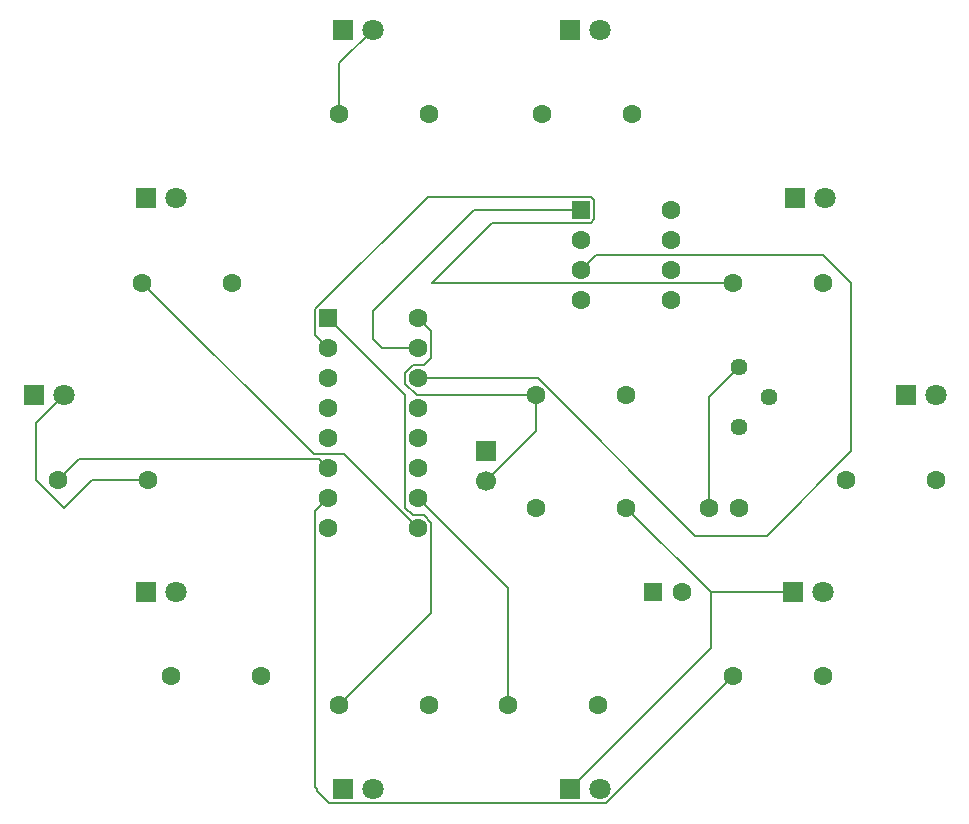
<source format=gbr>
%TF.GenerationSoftware,KiCad,Pcbnew,9.0.6*%
%TF.CreationDate,2025-11-23T21:02:07-05:00*%
%TF.ProjectId,ledcha,6c656463-6861-42e6-9b69-6361645f7063,rev?*%
%TF.SameCoordinates,Original*%
%TF.FileFunction,Copper,L2,Bot*%
%TF.FilePolarity,Positive*%
%FSLAX46Y46*%
G04 Gerber Fmt 4.6, Leading zero omitted, Abs format (unit mm)*
G04 Created by KiCad (PCBNEW 9.0.6) date 2025-11-23 21:02:07*
%MOMM*%
%LPD*%
G01*
G04 APERTURE LIST*
G04 Aperture macros list*
%AMRoundRect*
0 Rectangle with rounded corners*
0 $1 Rounding radius*
0 $2 $3 $4 $5 $6 $7 $8 $9 X,Y pos of 4 corners*
0 Add a 4 corners polygon primitive as box body*
4,1,4,$2,$3,$4,$5,$6,$7,$8,$9,$2,$3,0*
0 Add four circle primitives for the rounded corners*
1,1,$1+$1,$2,$3*
1,1,$1+$1,$4,$5*
1,1,$1+$1,$6,$7*
1,1,$1+$1,$8,$9*
0 Add four rect primitives between the rounded corners*
20,1,$1+$1,$2,$3,$4,$5,0*
20,1,$1+$1,$4,$5,$6,$7,0*
20,1,$1+$1,$6,$7,$8,$9,0*
20,1,$1+$1,$8,$9,$2,$3,0*%
G04 Aperture macros list end*
%TA.AperFunction,ComponentPad*%
%ADD10C,1.600000*%
%TD*%
%TA.AperFunction,ComponentPad*%
%ADD11R,1.800000X1.800000*%
%TD*%
%TA.AperFunction,ComponentPad*%
%ADD12C,1.800000*%
%TD*%
%TA.AperFunction,ComponentPad*%
%ADD13RoundRect,0.250000X-0.550000X-0.550000X0.550000X-0.550000X0.550000X0.550000X-0.550000X0.550000X0*%
%TD*%
%TA.AperFunction,ComponentPad*%
%ADD14C,1.440000*%
%TD*%
%TA.AperFunction,ComponentPad*%
%ADD15R,1.700000X1.700000*%
%TD*%
%TA.AperFunction,ComponentPad*%
%ADD16C,1.700000*%
%TD*%
%TA.AperFunction,Conductor*%
%ADD17C,0.200000*%
%TD*%
G04 APERTURE END LIST*
D10*
%TO.P,R6,1*%
%TO.N,Net-(D4-A)*%
X195262500Y-109537500D03*
%TO.P,R6,2*%
%TO.N,Net-(U2-Q3)*%
X187642500Y-109537500D03*
%TD*%
D11*
%TO.P,D5,1,K*%
%TO.N,Net-(D1-K)*%
X173831250Y-119062500D03*
D12*
%TO.P,D5,2,A*%
%TO.N,Net-(D5-A)*%
X176371250Y-119062500D03*
%TD*%
D10*
%TO.P,R5,1*%
%TO.N,Net-(D3-A)*%
X204787500Y-92868750D03*
%TO.P,R5,2*%
%TO.N,Net-(U2-Q2)*%
X197167500Y-92868750D03*
%TD*%
D11*
%TO.P,D6,1,K*%
%TO.N,Net-(D1-K)*%
X154622500Y-119062500D03*
D12*
%TO.P,D6,2,A*%
%TO.N,Net-(D6-A)*%
X157162500Y-119062500D03*
%TD*%
D11*
%TO.P,D3,1,K*%
%TO.N,Net-(D1-K)*%
X202247500Y-85725000D03*
D12*
%TO.P,D3,2,A*%
%TO.N,Net-(D3-A)*%
X204787500Y-85725000D03*
%TD*%
D10*
%TO.P,R12,1*%
%TO.N,Net-(D10-A)*%
X154305000Y-61912500D03*
%TO.P,R12,2*%
%TO.N,Net-(U2-Q9)*%
X161925000Y-61912500D03*
%TD*%
%TO.P,R9,1*%
%TO.N,Net-(D7-A)*%
X147637500Y-109537500D03*
%TO.P,R9,2*%
%TO.N,Net-(U2-Q6)*%
X140017500Y-109537500D03*
%TD*%
D13*
%TO.P,U1,1,GND*%
%TO.N,Net-(J1-Pin_1)*%
X174788750Y-70008750D03*
D10*
%TO.P,U1,2,TR*%
%TO.N,Net-(U1-THR)*%
X174788750Y-72548750D03*
%TO.P,U1,3,Q*%
%TO.N,Net-(U1-Q)*%
X174788750Y-75088750D03*
%TO.P,U1,4,R*%
%TO.N,Net-(J1-Pin_2)*%
X174788750Y-77628750D03*
%TO.P,U1,5,CV*%
%TO.N,Net-(U1-CV)*%
X182408750Y-77628750D03*
%TO.P,U1,6,THR*%
%TO.N,Net-(U1-THR)*%
X182408750Y-75088750D03*
%TO.P,U1,7,DIS*%
%TO.N,Net-(U1-DIS)*%
X182408750Y-72548750D03*
%TO.P,U1,8,VCC*%
%TO.N,Net-(J1-Pin_2)*%
X182408750Y-70008750D03*
%TD*%
D11*
%TO.P,D7,1,K*%
%TO.N,Net-(D1-K)*%
X137953750Y-102393750D03*
D12*
%TO.P,D7,2,A*%
%TO.N,Net-(D7-A)*%
X140493750Y-102393750D03*
%TD*%
D11*
%TO.P,D9,1,K*%
%TO.N,Net-(D1-K)*%
X137953750Y-69056250D03*
D12*
%TO.P,D9,2,A*%
%TO.N,Net-(D9-A)*%
X140493750Y-69056250D03*
%TD*%
D11*
%TO.P,D1,1,K*%
%TO.N,Net-(D1-K)*%
X173831250Y-54768750D03*
D12*
%TO.P,D1,2,A*%
%TO.N,Net-(D1-A)*%
X176371250Y-54768750D03*
%TD*%
D10*
%TO.P,R2,1*%
%TO.N,Net-(J1-Pin_1)*%
X170973750Y-95250000D03*
%TO.P,R2,2*%
%TO.N,Net-(D1-K)*%
X178593750Y-95250000D03*
%TD*%
%TO.P,C2,1*%
%TO.N,Net-(U1-THR)*%
X185618750Y-95250000D03*
%TO.P,C2,2*%
%TO.N,Net-(J1-Pin_1)*%
X188118750Y-95250000D03*
%TD*%
D14*
%TO.P,RV1,1,1*%
%TO.N,Net-(U1-DIS)*%
X188118750Y-88423750D03*
%TO.P,RV1,2,2*%
X190658750Y-85883750D03*
%TO.P,RV1,3,3*%
%TO.N,Net-(U1-THR)*%
X188118750Y-83343750D03*
%TD*%
D10*
%TO.P,R11,1*%
%TO.N,Net-(D9-A)*%
X145256250Y-76200000D03*
%TO.P,R11,2*%
%TO.N,Net-(U2-Q8)*%
X137636250Y-76200000D03*
%TD*%
D13*
%TO.P,U2,1,Q5*%
%TO.N,Net-(U2-Q5)*%
X153357500Y-79216250D03*
D10*
%TO.P,U2,2,Q1*%
%TO.N,Net-(U2-Q1)*%
X153357500Y-81756250D03*
%TO.P,U2,3,Q0*%
%TO.N,Net-(U2-Q0)*%
X153357500Y-84296250D03*
%TO.P,U2,4,Q2*%
%TO.N,Net-(U2-Q2)*%
X153357500Y-86836250D03*
%TO.P,U2,5,Q6*%
%TO.N,Net-(U2-Q6)*%
X153357500Y-89376250D03*
%TO.P,U2,6,Q7*%
%TO.N,Net-(U2-Q7)*%
X153357500Y-91916250D03*
%TO.P,U2,7,Q3*%
%TO.N,Net-(U2-Q3)*%
X153357500Y-94456250D03*
%TO.P,U2,8,VSS*%
%TO.N,Net-(J1-Pin_1)*%
X153357500Y-96996250D03*
%TO.P,U2,9,Q8*%
%TO.N,Net-(U2-Q8)*%
X160977500Y-96996250D03*
%TO.P,U2,10,Q4*%
%TO.N,Net-(U2-Q4)*%
X160977500Y-94456250D03*
%TO.P,U2,11,Q9*%
%TO.N,Net-(U2-Q9)*%
X160977500Y-91916250D03*
%TO.P,U2,12,Cout*%
%TO.N,unconnected-(U2-Cout-Pad12)*%
X160977500Y-89376250D03*
%TO.P,U2,13,CKEN*%
%TO.N,Net-(J1-Pin_1)*%
X160977500Y-86836250D03*
%TO.P,U2,14,CLK*%
%TO.N,Net-(U1-Q)*%
X160977500Y-84296250D03*
%TO.P,U2,15,Reset*%
%TO.N,Net-(J1-Pin_1)*%
X160977500Y-81756250D03*
%TO.P,U2,16,VDD*%
%TO.N,Net-(J1-Pin_2)*%
X160977500Y-79216250D03*
%TD*%
D11*
%TO.P,D8,1,K*%
%TO.N,Net-(D1-K)*%
X128428750Y-85725000D03*
D12*
%TO.P,D8,2,A*%
%TO.N,Net-(D8-A)*%
X130968750Y-85725000D03*
%TD*%
D10*
%TO.P,R3,1*%
%TO.N,Net-(D1-A)*%
X179070000Y-61912500D03*
%TO.P,R3,2*%
%TO.N,Net-(U2-Q0)*%
X171450000Y-61912500D03*
%TD*%
%TO.P,R8,1*%
%TO.N,Net-(D6-A)*%
X161925000Y-111918750D03*
%TO.P,R8,2*%
%TO.N,Net-(U2-Q5)*%
X154305000Y-111918750D03*
%TD*%
%TO.P,R4,1*%
%TO.N,Net-(D2-A)*%
X195262500Y-76200000D03*
%TO.P,R4,2*%
%TO.N,Net-(U2-Q1)*%
X187642500Y-76200000D03*
%TD*%
%TO.P,R1,1*%
%TO.N,Net-(J1-Pin_2)*%
X170973750Y-85725000D03*
%TO.P,R1,2*%
%TO.N,Net-(U1-DIS)*%
X178593750Y-85725000D03*
%TD*%
D11*
%TO.P,D2,1,K*%
%TO.N,Net-(D1-K)*%
X192881250Y-69056250D03*
D12*
%TO.P,D2,2,A*%
%TO.N,Net-(D2-A)*%
X195421250Y-69056250D03*
%TD*%
D10*
%TO.P,R7,1*%
%TO.N,Net-(D5-A)*%
X176212500Y-111918750D03*
%TO.P,R7,2*%
%TO.N,Net-(U2-Q4)*%
X168592500Y-111918750D03*
%TD*%
D11*
%TO.P,D10,1,K*%
%TO.N,Net-(D1-K)*%
X154622500Y-54768750D03*
D12*
%TO.P,D10,2,A*%
%TO.N,Net-(D10-A)*%
X157162500Y-54768750D03*
%TD*%
D15*
%TO.P,J1,1,Pin_1*%
%TO.N,Net-(J1-Pin_1)*%
X166687500Y-90487500D03*
D16*
%TO.P,J1,2,Pin_2*%
%TO.N,Net-(J1-Pin_2)*%
X166687500Y-93027500D03*
%TD*%
D13*
%TO.P,C1,1*%
%TO.N,Net-(U1-CV)*%
X180856250Y-102393750D03*
D10*
%TO.P,C1,2*%
%TO.N,Net-(J1-Pin_1)*%
X183356250Y-102393750D03*
%TD*%
%TO.P,R10,1*%
%TO.N,Net-(D8-A)*%
X138112500Y-92868750D03*
%TO.P,R10,2*%
%TO.N,Net-(U2-Q7)*%
X130492500Y-92868750D03*
%TD*%
D11*
%TO.P,D4,1,K*%
%TO.N,Net-(D1-K)*%
X192722500Y-102393750D03*
D12*
%TO.P,D4,2,A*%
%TO.N,Net-(D4-A)*%
X195262500Y-102393750D03*
%TD*%
D17*
%TO.N,Net-(J1-Pin_1)*%
X157162500Y-78581250D02*
X157162500Y-80962500D01*
X174788750Y-70008750D02*
X165735000Y-70008750D01*
X157956250Y-81756250D02*
X160977500Y-81756250D01*
X165735000Y-70008750D02*
X157162500Y-78581250D01*
X157162500Y-80962500D02*
X157956250Y-81756250D01*
%TO.N,Net-(U1-THR)*%
X188118750Y-83343750D02*
X185618750Y-85843750D01*
X185618750Y-85843750D02*
X185618750Y-95250000D01*
%TO.N,Net-(D1-K)*%
X185737500Y-102393750D02*
X178593750Y-95250000D01*
X185737500Y-102393750D02*
X185737500Y-107156250D01*
X185737500Y-107156250D02*
X173831250Y-119062500D01*
X192722500Y-102393750D02*
X185737500Y-102393750D01*
%TO.N,Net-(D8-A)*%
X128587500Y-88106250D02*
X128587500Y-92868750D01*
X133350000Y-92868750D02*
X138112500Y-92868750D01*
X130968750Y-95250000D02*
X133350000Y-92868750D01*
X128587500Y-92868750D02*
X130968750Y-95250000D01*
X130968750Y-85725000D02*
X128587500Y-88106250D01*
%TO.N,Net-(D10-A)*%
X154305000Y-61912500D02*
X154305000Y-57626250D01*
X154305000Y-57626250D02*
X157162500Y-54768750D01*
%TO.N,Net-(J1-Pin_2)*%
X161433550Y-83195250D02*
X160521450Y-83195250D01*
X160521450Y-83195250D02*
X159876500Y-83840200D01*
X160849200Y-85725000D02*
X170973750Y-85725000D01*
X159876500Y-83840200D02*
X159876500Y-84752300D01*
X162078500Y-82550300D02*
X161433550Y-83195250D01*
X159876500Y-84752300D02*
X160849200Y-85725000D01*
X160977500Y-79216250D02*
X162078500Y-80317250D01*
X170973750Y-88741250D02*
X166687500Y-93027500D01*
X162078500Y-80317250D02*
X162078500Y-82550300D01*
X170973750Y-85725000D02*
X170973750Y-88741250D01*
%TO.N,Net-(U1-Q)*%
X197643750Y-90487500D02*
X190500000Y-97631250D01*
X190500000Y-97631250D02*
X184437050Y-97631250D01*
X184437050Y-97631250D02*
X171102050Y-84296250D01*
X197643750Y-76200000D02*
X197643750Y-90487500D01*
X176058750Y-73818750D02*
X195262500Y-73818750D01*
X171102050Y-84296250D02*
X160977500Y-84296250D01*
X174788750Y-75088750D02*
X176058750Y-73818750D01*
X195262500Y-73818750D02*
X197643750Y-76200000D01*
%TO.N,Net-(U2-Q1)*%
X162159900Y-76200000D02*
X167250150Y-71109750D01*
X152256500Y-78431090D02*
X152256500Y-80655250D01*
X187642500Y-76200000D02*
X162159900Y-76200000D01*
X175889750Y-70793910D02*
X175889750Y-69223590D01*
X175889750Y-69223590D02*
X175573910Y-68907750D01*
X167250150Y-71109750D02*
X175573910Y-71109750D01*
X175573910Y-68907750D02*
X161779840Y-68907750D01*
X152256500Y-80655250D02*
X153357500Y-81756250D01*
X175573910Y-71109750D02*
X175889750Y-70793910D01*
X161779840Y-68907750D02*
X152256500Y-78431090D01*
%TO.N,Net-(U2-Q3)*%
X153421500Y-120263500D02*
X152400000Y-119242000D01*
X152256500Y-118919000D02*
X152256500Y-95557250D01*
X152400000Y-119242000D02*
X152400000Y-119062500D01*
X187642500Y-109537500D02*
X176916500Y-120263500D01*
X152400000Y-119062500D02*
X152256500Y-118919000D01*
X176916500Y-120263500D02*
X153421500Y-120263500D01*
X152256500Y-95557250D02*
X153357500Y-94456250D01*
%TO.N,Net-(U2-Q4)*%
X168592500Y-102071250D02*
X168592500Y-111918750D01*
X160977500Y-94456250D02*
X168592500Y-102071250D01*
%TO.N,Net-(U2-Q5)*%
X159866250Y-95240050D02*
X160521450Y-95895250D01*
X160521450Y-95895250D02*
X161433550Y-95895250D01*
X162078500Y-104145250D02*
X154305000Y-111918750D01*
X161433550Y-95895250D02*
X162078500Y-96540200D01*
X159866250Y-85725000D02*
X159866250Y-95240050D01*
X153357500Y-79216250D02*
X159866250Y-85725000D01*
X162078500Y-96540200D02*
X162078500Y-104145250D01*
%TO.N,Net-(U2-Q7)*%
X132244999Y-91116251D02*
X130492500Y-92868750D01*
X152557501Y-91116251D02*
X132244999Y-91116251D01*
X153357500Y-91916250D02*
X152557501Y-91116251D01*
%TO.N,Net-(U2-Q8)*%
X137636250Y-76200000D02*
X152151501Y-90715251D01*
X152151501Y-90715251D02*
X154696501Y-90715251D01*
X154696501Y-90715251D02*
X160977500Y-96996250D01*
%TD*%
M02*

</source>
